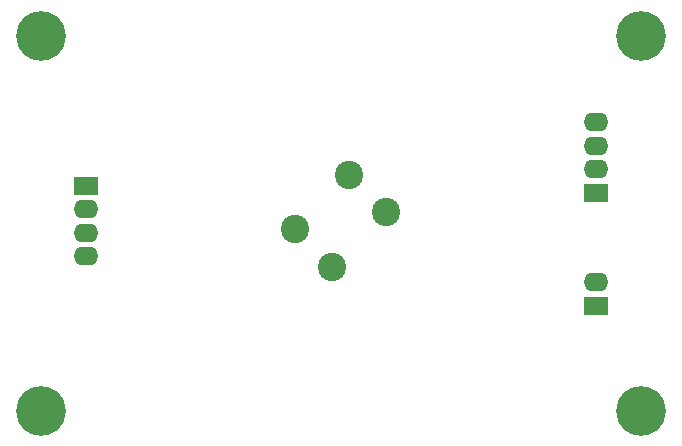
<source format=gbr>
G04 #@! TF.FileFunction,Soldermask,Bot*
%FSLAX46Y46*%
G04 Gerber Fmt 4.6, Leading zero omitted, Abs format (unit mm)*
G04 Created by KiCad (PCBNEW 4.0.6) date 05/22/18 14:15:00*
%MOMM*%
%LPD*%
G01*
G04 APERTURE LIST*
%ADD10C,0.100000*%
%ADD11C,4.210000*%
%ADD12R,2.100000X1.600000*%
%ADD13O,2.100000X1.600000*%
%ADD14C,2.400000*%
G04 APERTURE END LIST*
D10*
D11*
X155575000Y-79375000D03*
X155575000Y-111125000D03*
X104775000Y-111125000D03*
X104775000Y-79375000D03*
D12*
X151765000Y-92710000D03*
D13*
X151765000Y-90710000D03*
X151765000Y-88710000D03*
X151765000Y-86710000D03*
D12*
X151765000Y-102235000D03*
D13*
X151765000Y-100235000D03*
D12*
X108585000Y-92075000D03*
D13*
X108585000Y-94075000D03*
X108585000Y-96075000D03*
X108585000Y-98075000D03*
D14*
X129419981Y-98939981D03*
X126238000Y-95758000D03*
X134016175Y-94343786D03*
X130834194Y-91161806D03*
M02*

</source>
